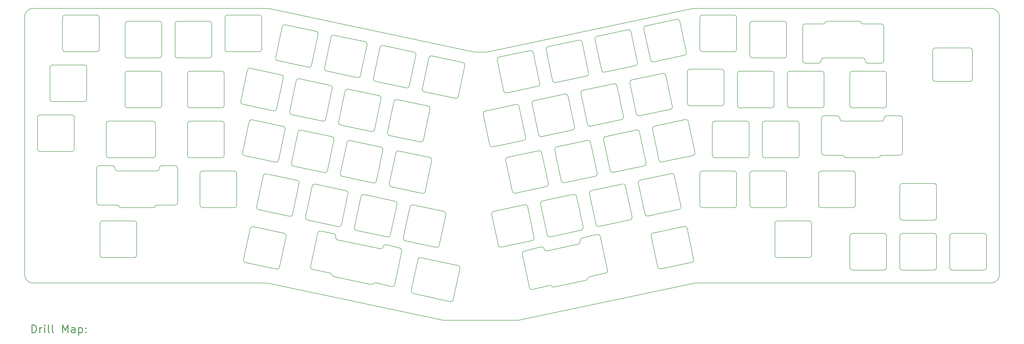
<source format=gbr>
%FSLAX45Y45*%
G04 Gerber Fmt 4.5, Leading zero omitted, Abs format (unit mm)*
G04 Created by KiCad (PCBNEW (5.1.6)-1) date 2020-10-24 16:55:16*
%MOMM*%
%LPD*%
G01*
G04 APERTURE LIST*
%TA.AperFunction,Profile*%
%ADD10C,0.200000*%
%TD*%
%ADD11C,0.200000*%
%ADD12C,0.300000*%
G04 APERTURE END LIST*
D10*
X17404272Y-13561229D02*
X18811051Y-13858875D01*
X26255073Y-12621391D02*
X27430869Y-12372975D01*
X22291932Y-14620391D02*
G75*
G02*
X22387038Y-14651293I20791J-97815D01*
G01*
X21658216Y-14775690D02*
G75*
G02*
X21539610Y-14698667I-20791J97815D01*
G01*
X26427544Y-13913774D02*
X26178050Y-12739997D01*
X18519975Y-15236676D02*
X17113196Y-14930636D01*
X13936079Y-14151107D02*
G75*
G02*
X14010394Y-14218020I-20791J-97815D01*
G01*
X23468225Y-12927490D02*
G75*
G02*
X23545249Y-12808884I97815J20791D01*
G01*
X17285666Y-13638253D02*
G75*
G02*
X17404272Y-13561229I97815J-20791D01*
G01*
X18888075Y-13977481D02*
X18638581Y-15159652D01*
X27721945Y-13742381D02*
X26546150Y-13990798D01*
X17036172Y-14812030D02*
X17285666Y-13638253D01*
X17113196Y-14930636D02*
G75*
G02*
X17036172Y-14812030I20791J97815D01*
G01*
X27798969Y-13623776D02*
G75*
G02*
X27721945Y-13742381I-97815J-20791D01*
G01*
X24509366Y-14026390D02*
X24239081Y-12754799D01*
X27549475Y-12449998D02*
X27798969Y-13623776D01*
X26178050Y-12739997D02*
G75*
G02*
X26255073Y-12621391I97815J20791D01*
G01*
X22215509Y-13304585D02*
G75*
G02*
X22096903Y-13227562I-20791J97815D01*
G01*
X18638581Y-15159652D02*
G75*
G02*
X18519975Y-15236676I-97815J20791D01*
G01*
X26546150Y-13990798D02*
G75*
G02*
X26427544Y-13913774I-20791J97815D01*
G01*
X21978297Y-13150538D02*
G75*
G02*
X22096903Y-13227562I20791J-97815D01*
G01*
X27430869Y-12372975D02*
G75*
G02*
X27549475Y-12449998I20791J-97815D01*
G01*
X18811051Y-13858875D02*
G75*
G02*
X18888075Y-13977481I-20791J-97815D01*
G01*
X23757235Y-14360763D02*
G75*
G02*
X23682921Y-14427676I-95106J30902D01*
G01*
X14084708Y-14284933D02*
G75*
G02*
X14010394Y-14218020I20791J97815D01*
G01*
X22482143Y-14682194D02*
G75*
G02*
X22387038Y-14651293I-20791J97815D01*
G01*
X16411575Y-14586143D02*
G75*
G02*
X16292969Y-14663167I-97815J20791D01*
G01*
X21269325Y-13427075D02*
G75*
G02*
X21346349Y-13308469I97815J20791D01*
G01*
X14081080Y-12648417D02*
G75*
G02*
X14158103Y-12767022I-20791J-97815D01*
G01*
X21539610Y-14698667D02*
X21269325Y-13427075D01*
X21658216Y-14775690D02*
X22291932Y-14620391D01*
X13280138Y-14011682D02*
G75*
G02*
X13203115Y-13893076I20791J97815D01*
G01*
X23545249Y-12808884D02*
X24120475Y-12677775D01*
X16292969Y-14663167D02*
X15689996Y-14523423D01*
X15961225Y-13143294D02*
G75*
G02*
X15842619Y-13220318I-97815J20791D01*
G01*
X23757236Y-14360763D02*
G75*
G02*
X23831550Y-14293850I95106J-30902D01*
G01*
X14081079Y-12648416D02*
X13592006Y-12544461D01*
X23831550Y-14293850D02*
X24432342Y-14144997D01*
X15594891Y-14554325D02*
G75*
G02*
X15689996Y-14523423I74314J-66913D01*
G01*
X13280138Y-14011682D02*
X13936079Y-14151107D01*
X15594891Y-14554325D02*
G75*
G02*
X15499785Y-14585227I-74315J66913D01*
G01*
X24120475Y-12677775D02*
G75*
G02*
X24239081Y-12754799I20791J-97815D01*
G01*
X16596073Y-13195945D02*
G75*
G02*
X16673096Y-13314551I-20791J-97815D01*
G01*
X15499785Y-14585227D02*
X14084708Y-14284933D01*
X13203115Y-13893076D02*
X13473400Y-12621484D01*
X22215509Y-13304585D02*
X23391202Y-13046096D01*
X23468225Y-12927490D02*
G75*
G02*
X23391202Y-13046096I-97815J-20791D01*
G01*
X23682921Y-14427676D02*
X22482143Y-14682194D01*
X16596073Y-13195945D02*
X16079831Y-13066271D01*
X13473400Y-12621484D02*
G75*
G02*
X13592006Y-12544461I97815J-20791D01*
G01*
X14235127Y-12885628D02*
X15842619Y-13220318D01*
X16411575Y-14586143D02*
X16673096Y-13314551D01*
X24509366Y-14026390D02*
G75*
G02*
X24432342Y-14144997I-97815J-20791D01*
G01*
X21978297Y-13150538D02*
X21346349Y-13308469D01*
X14235127Y-12885628D02*
G75*
G02*
X14158103Y-12767022I20791J97815D01*
G01*
X15961225Y-13143294D02*
G75*
G02*
X16079831Y-13066271I97815J-20791D01*
G01*
X16810503Y-12918737D02*
G75*
G02*
X16733480Y-12800132I20791J97815D01*
G01*
X37009375Y-6835625D02*
X38317500Y-6835625D01*
X38417500Y-5655625D02*
X38417500Y-6735625D01*
X37009375Y-6835625D02*
G75*
G02*
X36909375Y-6735625I0J100000D01*
G01*
X38317500Y-5555625D02*
G75*
G02*
X38417500Y-5655625I0J-100000D01*
G01*
X37009375Y-5555625D02*
X38317500Y-5555625D01*
X36909375Y-5655625D02*
G75*
G02*
X37009375Y-5555625I100000J0D01*
G01*
X36909375Y-5655625D02*
X36909375Y-6735625D01*
X38417500Y-6735625D02*
G75*
G02*
X38317500Y-6835625I-100000J0D01*
G01*
X33468025Y-8348750D02*
G75*
G02*
X33368025Y-8248750I0J100000D01*
G01*
X8033125Y-11553750D02*
X7362530Y-11553750D01*
X5645525Y-10053750D02*
G75*
G02*
X5745525Y-10153750I0J-100000D01*
G01*
X5845525Y-10253750D02*
G75*
G02*
X5745525Y-10153750I0J100000D01*
G01*
X5645525Y-10053750D02*
X5145525Y-10053750D01*
X33268025Y-8148750D02*
X32768025Y-8148750D01*
X5045525Y-10153750D02*
G75*
G02*
X5145525Y-10053750I100000J0D01*
G01*
X32768025Y-9648750D02*
G75*
G02*
X32668025Y-9548750I0J100000D01*
G01*
X5045525Y-11453750D02*
X5045525Y-10153750D01*
X8033125Y-10053750D02*
X7533125Y-10053750D01*
X35055625Y-8248750D02*
G75*
G02*
X35155625Y-8148750I100000J0D01*
G01*
X8033125Y-10053750D02*
G75*
G02*
X8133125Y-10153750I0J-100000D01*
G01*
X8133125Y-11453750D02*
X8133125Y-10153750D01*
X7275928Y-11603750D02*
G75*
G02*
X7362530Y-11553750I86603J-50000D01*
G01*
X33268025Y-8148750D02*
G75*
G02*
X33368025Y-8248750I0J-100000D01*
G01*
X5989325Y-11653750D02*
G75*
G02*
X5902722Y-11603750I0J100000D01*
G01*
X7433125Y-10153750D02*
G75*
G02*
X7333125Y-10253750I-100000J0D01*
G01*
X32768025Y-9648750D02*
X33438620Y-9648750D01*
X7275927Y-11603750D02*
G75*
G02*
X7189325Y-11653750I-86603J50000D01*
G01*
X35755625Y-9548750D02*
X35755625Y-8248750D01*
X5816120Y-11553750D02*
G75*
G02*
X5902722Y-11603750I0J-100000D01*
G01*
X8133125Y-11453750D02*
G75*
G02*
X8033125Y-11553750I-100000J0D01*
G01*
X7433125Y-10153750D02*
G75*
G02*
X7533125Y-10053750I100000J0D01*
G01*
X34238850Y-5938750D02*
G75*
G02*
X34338850Y-6038750I0J-100000D01*
G01*
X5145525Y-11553750D02*
G75*
G02*
X5045525Y-11453750I0J100000D01*
G01*
X32895050Y-4538750D02*
X34095050Y-4538750D01*
X32051250Y-6138750D02*
G75*
G02*
X31951250Y-6038750I0J100000D01*
G01*
X32751250Y-5938750D02*
X34238850Y-5938750D01*
X34438850Y-6138750D02*
G75*
G02*
X34338850Y-6038750I0J100000D01*
G01*
X32808447Y-4588750D02*
G75*
G02*
X32895050Y-4538750I86603J-50000D01*
G01*
X31951250Y-4738750D02*
G75*
G02*
X32051250Y-4638750I100000J0D01*
G01*
X35038850Y-6038750D02*
G75*
G02*
X34938850Y-6138750I-100000J0D01*
G01*
X34095050Y-4538750D02*
G75*
G02*
X34181653Y-4588750I0J-100000D01*
G01*
X32651250Y-6038750D02*
G75*
G02*
X32551250Y-6138750I-100000J0D01*
G01*
X35038850Y-4738750D02*
X35038850Y-6038750D01*
X34438850Y-6138750D02*
X34938850Y-6138750D01*
X32051250Y-6138750D02*
X32551250Y-6138750D01*
X34338850Y-6038750D02*
X34338850Y-6038750D01*
X34938850Y-4638750D02*
G75*
G02*
X35038850Y-4738750I0J-100000D01*
G01*
X5145525Y-11553750D02*
X5816120Y-11553750D01*
X31951250Y-4738750D02*
X31951250Y-6038750D01*
X34268255Y-4638750D02*
G75*
G02*
X34181653Y-4588750I0J100000D01*
G01*
X32051250Y-4638750D02*
X32721845Y-4638750D01*
X32651250Y-6038750D02*
G75*
G02*
X32751250Y-5938750I100000J0D01*
G01*
X32808447Y-4588750D02*
G75*
G02*
X32721845Y-4638750I-86603J50000D01*
G01*
X32651250Y-6038750D02*
X32651250Y-6038750D01*
X16961888Y-7006005D02*
G75*
G02*
X16843282Y-7083028I-97815J20791D01*
G01*
X17532876Y-7229606D02*
G75*
G02*
X17455852Y-7111000I20791J97815D01*
G01*
X17211382Y-5832228D02*
X16961887Y-7006005D01*
X17134358Y-5713622D02*
G75*
G02*
X17211382Y-5832228I-20791J-97815D01*
G01*
X17455852Y-7111000D02*
X17705346Y-5937223D01*
X16843282Y-7083028D02*
X15669504Y-6833534D01*
X15592481Y-6714928D02*
X15841975Y-5541151D01*
X17705346Y-5937223D02*
G75*
G02*
X17823952Y-5860199I97815J-20791D01*
G01*
X17823952Y-5860199D02*
X18997729Y-6109693D01*
X19074753Y-6228299D02*
X18825259Y-7402076D01*
X16128095Y-8776336D02*
X16377589Y-7602558D01*
X15669504Y-6833534D02*
G75*
G02*
X15592481Y-6714928I20791J97815D01*
G01*
X18825259Y-7402077D02*
G75*
G02*
X18706653Y-7479100I-97815J20791D01*
G01*
X18997729Y-6109693D02*
G75*
G02*
X19074753Y-6228299I-20791J-97815D01*
G01*
X17378895Y-9144436D02*
X16205118Y-8894941D01*
X16496194Y-7525535D02*
X17669972Y-7775029D01*
X16377589Y-7602558D02*
G75*
G02*
X16496194Y-7525535I97815J-20791D01*
G01*
X17497501Y-9067412D02*
G75*
G02*
X17378895Y-9144436I-97815J20791D01*
G01*
X15960581Y-5464128D02*
X17134358Y-5713622D01*
X15841975Y-5541151D02*
G75*
G02*
X15960581Y-5464128I97815J-20791D01*
G01*
X18706653Y-7479100D02*
X17532876Y-7229606D01*
X13806133Y-6437462D02*
G75*
G02*
X13729110Y-6318857I20791J97815D01*
G01*
X15348010Y-5436156D02*
X15098516Y-6609933D01*
X13116539Y-6290885D02*
X11942762Y-6041391D01*
X11942762Y-6041391D02*
G75*
G02*
X11865739Y-5922785I20791J97815D01*
G01*
X14097209Y-5068056D02*
X15270987Y-5317550D01*
X14979910Y-6686957D02*
X13806133Y-6437462D01*
X15098516Y-6609933D02*
G75*
G02*
X14979910Y-6686957I-97815J20791D01*
G01*
X13407616Y-4921478D02*
G75*
G02*
X13484639Y-5040084I-20791J-97815D01*
G01*
X13729110Y-6318857D02*
X13978604Y-5145080D01*
X12233838Y-4671984D02*
X13407616Y-4921478D01*
X13978604Y-5145080D02*
G75*
G02*
X14097209Y-5068056I97815J-20791D01*
G01*
X15270987Y-5317550D02*
G75*
G02*
X15348010Y-5436156I-20791J-97815D01*
G01*
X34938850Y-4638750D02*
X34268255Y-4638750D01*
X12115232Y-4749008D02*
G75*
G02*
X12233838Y-4671984I97815J-20791D01*
G01*
X13235145Y-6213861D02*
G75*
G02*
X13116539Y-6290885I-97815J20791D01*
G01*
X11865739Y-5922785D02*
X12115233Y-4749008D01*
X13484639Y-5040084D02*
X13235145Y-6213861D01*
X23869777Y-8542458D02*
G75*
G02*
X23751171Y-8465434I-20791J97815D01*
G01*
X25900662Y-4834178D02*
G75*
G02*
X25977685Y-4715572I97815J20791D01*
G01*
X24286785Y-6404027D02*
X24037291Y-5230250D01*
X21715329Y-7569123D02*
X22889106Y-7319629D01*
X23501677Y-7291657D02*
G75*
G02*
X23578700Y-7173051I97815J20791D01*
G01*
X22250943Y-5507716D02*
X23424720Y-5258222D01*
X22173920Y-5626321D02*
G75*
G02*
X22250943Y-5507716I97815J20791D01*
G01*
X25977685Y-4715572D02*
X27151463Y-4466078D01*
X21852425Y-7023700D02*
X20678648Y-7273194D01*
X20678648Y-7273194D02*
G75*
G02*
X20560042Y-7196170I-20791J97815D01*
G01*
X25579168Y-6231556D02*
X24405391Y-6481050D01*
X25614542Y-8069362D02*
X25365048Y-6895585D01*
X22542020Y-6877122D02*
G75*
G02*
X22423414Y-6800099I-20791J97815D01*
G01*
X21679955Y-5731317D02*
X21929449Y-6905094D01*
X27519562Y-5716879D02*
G75*
G02*
X27442539Y-5835485I-97815J-20791D01*
G01*
X21638306Y-7687728D02*
G75*
G02*
X21715329Y-7569123I97815J20791D01*
G01*
X26150156Y-6007955D02*
X25900662Y-4834178D01*
X25733148Y-8146386D02*
G75*
G02*
X25614542Y-8069362I-20791J97815D01*
G01*
X25406697Y-4939173D02*
X25656191Y-6112950D01*
X21929449Y-6905094D02*
G75*
G02*
X21852425Y-7023700I-97815J-20791D01*
G01*
X26268762Y-6084979D02*
G75*
G02*
X26150156Y-6007955I-20791J97815D01*
G01*
X39131875Y-4048125D02*
G75*
G02*
X39449375Y-4365625I0J-317500D01*
G01*
X2301875Y-4365625D02*
G75*
G02*
X2619375Y-4048125I317500J0D01*
G01*
X18256250Y-15954375D02*
X21113750Y-15954375D01*
X24871083Y-7000580D02*
X25120577Y-8174357D01*
X20143035Y-9334601D02*
G75*
G02*
X20024429Y-9257577I-20791J97815D01*
G01*
X21316812Y-9085107D02*
X20143035Y-9334601D01*
X24405391Y-6481050D02*
G75*
G02*
X24286785Y-6404027I-20791J97815D01*
G01*
X23180183Y-8689035D02*
X22006406Y-8938529D01*
X21561349Y-5654293D02*
G75*
G02*
X21679955Y-5731317I20791J-97815D01*
G01*
X23424720Y-5258222D02*
G75*
G02*
X23543326Y-5335245I20791J-97815D01*
G01*
X21887800Y-8861506D02*
X21638306Y-7687729D01*
X19774935Y-8083800D02*
G75*
G02*
X19851958Y-7965194I97815J20791D01*
G01*
X26615849Y-6527485D02*
G75*
G02*
X26734455Y-6604509I20791J-97815D01*
G01*
X19851958Y-7965194D02*
X21025735Y-7715700D01*
X21144341Y-7792724D02*
X21393835Y-8966501D01*
X23257206Y-8570429D02*
G75*
G02*
X23180183Y-8689035I-97815J-20791D01*
G01*
X21025735Y-7715700D02*
G75*
G02*
X21144341Y-7792724I20791J-97815D01*
G01*
X20024429Y-9257577D02*
X19774935Y-8083800D01*
X27270068Y-4543102D02*
X27519562Y-5716879D01*
X27151463Y-4466078D02*
G75*
G02*
X27270068Y-4543102I20791J-97815D01*
G01*
X23007712Y-7396652D02*
X23257206Y-8570429D01*
X21393835Y-8966501D02*
G75*
G02*
X21316812Y-9085107I-97815J-20791D01*
G01*
X24114314Y-5111644D02*
X25288091Y-4862150D01*
X25656191Y-6112950D02*
G75*
G02*
X25579168Y-6231556I-97815J-20791D01*
G01*
X24037291Y-5230250D02*
G75*
G02*
X24114314Y-5111644I97815J20791D01*
G01*
X25120577Y-8174358D02*
G75*
G02*
X25043554Y-8292963I-97815J-20791D01*
G01*
X23792820Y-6509022D02*
G75*
G02*
X23715797Y-6627628I-97815J-20791D01*
G01*
X22423414Y-6800099D02*
X22173920Y-5626321D01*
X20387572Y-5903787D02*
X21561349Y-5654293D01*
X22006406Y-8938529D02*
G75*
G02*
X21887800Y-8861506I-20791J97815D01*
G01*
X25043554Y-8292963D02*
X23869777Y-8542458D01*
X23543326Y-5335245D02*
X23792820Y-6509022D01*
X20310548Y-6022393D02*
G75*
G02*
X20387572Y-5903787I97815J20791D01*
G01*
X23715797Y-6627628D02*
X22542019Y-6877122D01*
X20560042Y-7196170D02*
X20310548Y-6022393D01*
X39131875Y-14525625D02*
X27860625Y-14525625D01*
X39449375Y-14208125D02*
G75*
G02*
X39131875Y-14525625I-317500J0D01*
G01*
X27442539Y-5835485D02*
X26268762Y-6084979D01*
X22889106Y-7319629D02*
G75*
G02*
X23007712Y-7396652I20791J-97815D01*
G01*
X23751171Y-8465434D02*
X23501677Y-7291657D01*
X23578700Y-7173051D02*
X24752478Y-6923557D01*
X25288091Y-4862150D02*
G75*
G02*
X25406697Y-4939173I20791J-97815D01*
G01*
X24752478Y-6923557D02*
G75*
G02*
X24871083Y-7000580I20791J-97815D01*
G01*
X35753750Y-12635000D02*
X36953750Y-12635000D01*
X38853750Y-12635000D02*
G75*
G02*
X38953750Y-12735000I0J-100000D01*
G01*
X37053750Y-13935000D02*
G75*
G02*
X36953750Y-14035000I-100000J0D01*
G01*
X2619375Y-14525625D02*
X11544300Y-14525625D01*
X39131875Y-4048125D02*
X27781250Y-4048125D01*
X35753750Y-14035000D02*
G75*
G02*
X35653750Y-13935000I0J100000D01*
G01*
X36953750Y-12635000D02*
G75*
G02*
X37053750Y-12735000I0J-100000D01*
G01*
X37053750Y-12735000D02*
X37053750Y-13935000D01*
X19923125Y-5715000D02*
X19446875Y-5715000D01*
X35653750Y-12735000D02*
G75*
G02*
X35753750Y-12635000I100000J0D01*
G01*
X2301875Y-4365625D02*
X2301875Y-14208125D01*
X38853750Y-14035000D02*
X37653750Y-14035000D01*
X36953750Y-14035000D02*
X35753750Y-14035000D01*
X38953750Y-13935000D02*
G75*
G02*
X38853750Y-14035000I-100000J0D01*
G01*
X35048750Y-12635000D02*
G75*
G02*
X35148750Y-12735000I0J-100000D01*
G01*
X27860625Y-14525625D02*
X21113750Y-15954375D01*
X11544300Y-14525625D02*
X18256250Y-15954375D01*
X27781250Y-4048125D02*
X19923125Y-5715000D01*
X2619375Y-14525625D02*
G75*
G02*
X2301875Y-14208125I0J317500D01*
G01*
X11588750Y-4048125D02*
X19446875Y-5715000D01*
X37653750Y-12635000D02*
X38853750Y-12635000D01*
X2619375Y-4048125D02*
X11588750Y-4048125D01*
X37553750Y-13935000D02*
X37553750Y-12735000D01*
X37653750Y-14035000D02*
G75*
G02*
X37553750Y-13935000I0J100000D01*
G01*
X39449375Y-4365625D02*
X39449375Y-14208125D01*
X38953750Y-12735000D02*
X38953750Y-13935000D01*
X37553750Y-12735000D02*
G75*
G02*
X37653750Y-12635000I100000J0D01*
G01*
X35653750Y-13935000D02*
X35653750Y-12735000D01*
X17739743Y-9737418D02*
G75*
G02*
X17816767Y-9856024I-20791J-97815D01*
G01*
X16274889Y-10857330D02*
G75*
G02*
X16197866Y-10738725I20791J97815D01*
G01*
X14947132Y-12522666D02*
G75*
G02*
X14870108Y-12404060I20791J97815D01*
G01*
X17567272Y-11029801D02*
G75*
G02*
X17448666Y-11106825I-97815J20791D01*
G01*
X16120909Y-12772160D02*
X14947132Y-12522666D01*
X11511466Y-10361116D02*
X12685243Y-10610610D01*
X12512773Y-11902993D02*
G75*
G02*
X12394167Y-11980016I-97815J20791D01*
G01*
X15953395Y-9459952D02*
X15703901Y-10633729D01*
X10895444Y-12456791D02*
G75*
G02*
X11014050Y-12379768I97815J-20791D01*
G01*
X12015356Y-13921645D02*
G75*
G02*
X11896750Y-13998668I-97815J20791D01*
G01*
X12187827Y-12629262D02*
G75*
G02*
X12264850Y-12747868I-20791J-97815D01*
G01*
X12394167Y-11980016D02*
X11220390Y-11730522D01*
X16239515Y-12695136D02*
G75*
G02*
X16120909Y-12772160I-97815J20791D01*
G01*
X12264850Y-12747868D02*
X12015356Y-13921645D01*
X10722973Y-13749174D02*
G75*
G02*
X10645950Y-13630568I20791J97815D01*
G01*
X11014050Y-12379768D02*
X12187827Y-12629262D01*
X11392860Y-10438139D02*
G75*
G02*
X11511466Y-10361116I97815J-20791D01*
G01*
X15876372Y-9341346D02*
G75*
G02*
X15953395Y-9459952I-20791J-97815D01*
G01*
X16197866Y-10738725D02*
X16447360Y-9564948D01*
X12762267Y-10729216D02*
X12512772Y-11902993D01*
X10645950Y-13630568D02*
X10895444Y-12456791D01*
X17101579Y-11549331D02*
X18275357Y-11798825D01*
X15238208Y-11153259D02*
X16411985Y-11402753D01*
X14411518Y-10461259D02*
G75*
G02*
X14334495Y-10342653I20791J97815D01*
G01*
X14583988Y-9168876D02*
G75*
G02*
X14702594Y-9091852I97815J-20791D01*
G01*
X13374837Y-10757187D02*
X14548614Y-11006682D01*
X14548614Y-11006682D02*
G75*
G02*
X14625638Y-11125288I-20791J-97815D01*
G01*
X15119602Y-11230283D02*
G75*
G02*
X15238208Y-11153259I97815J-20791D01*
G01*
X16489009Y-11521359D02*
X16239515Y-12695136D01*
X14257538Y-12376088D02*
X13083761Y-12126594D01*
X13006737Y-12007988D02*
X13256231Y-10834211D01*
X14870108Y-12404060D02*
X15119602Y-11230283D01*
X14376144Y-12299065D02*
G75*
G02*
X14257538Y-12376088I-97815J20791D01*
G01*
X16447360Y-9564948D02*
G75*
G02*
X16565966Y-9487924I97815J-20791D01*
G01*
X13256231Y-10834211D02*
G75*
G02*
X13374837Y-10757187I97815J-20791D01*
G01*
X13083761Y-12126594D02*
G75*
G02*
X13006737Y-12007988I20791J97815D01*
G01*
X14625638Y-11125288D02*
X14376144Y-12299064D01*
X16565966Y-9487924D02*
X17739743Y-9737418D01*
X16411985Y-11402753D02*
G75*
G02*
X16489009Y-11521359I-20791J-97815D01*
G01*
X11143366Y-11611916D02*
X11392860Y-10438139D01*
X12685243Y-10610610D02*
G75*
G02*
X12762267Y-10729216I-20791J-97815D01*
G01*
X11220390Y-11730522D02*
G75*
G02*
X11143366Y-11611916I20791J97815D01*
G01*
X11896750Y-13998668D02*
X10722973Y-13749174D01*
X15703901Y-10633729D02*
G75*
G02*
X15585295Y-10710753I-97815J20791D01*
G01*
X17448666Y-11106825D02*
X16274889Y-10857330D01*
X17816767Y-9856024D02*
X17567272Y-11029801D01*
X12079858Y-6586813D02*
G75*
G02*
X12156882Y-6705419I-20791J-97815D01*
G01*
X13943229Y-6982885D02*
G75*
G02*
X14020253Y-7101491I-20791J-97815D01*
G01*
X14020253Y-7101491D02*
X13770759Y-8275268D01*
X12720617Y-8772804D02*
G75*
G02*
X12839223Y-8695780I97815J-20791D01*
G01*
X14013000Y-8945274D02*
G75*
G02*
X14090024Y-9063880I-20791J-97815D01*
G01*
X12548147Y-10065187D02*
G75*
G02*
X12471123Y-9946581I20791J97815D01*
G01*
X14090024Y-9063880D02*
X13840530Y-10237657D01*
X14702594Y-9091852D02*
X15876372Y-9341346D01*
X11907388Y-7879197D02*
G75*
G02*
X11788782Y-7956220I-97815J20791D01*
G01*
X12650846Y-6810415D02*
G75*
G02*
X12769452Y-6733391I97815J-20791D01*
G01*
X12401352Y-7984192D02*
X12650846Y-6810415D01*
X11858553Y-9918609D02*
X10684776Y-9669115D01*
X12471123Y-9946581D02*
X12720617Y-8772804D01*
X15585295Y-10710753D02*
X14411518Y-10461259D01*
X14334495Y-10342653D02*
X14583989Y-9168876D01*
X14341747Y-8498870D02*
G75*
G02*
X14264724Y-8380264I20791J97815D01*
G01*
X10975852Y-8299708D02*
X12149629Y-8549203D01*
X13652153Y-8352292D02*
X12478376Y-8102798D01*
X17669972Y-7775029D02*
G75*
G02*
X17746995Y-7893635I-20791J-97815D01*
G01*
X17746995Y-7893635D02*
X17497501Y-9067412D01*
X15515524Y-8748364D02*
X14341747Y-8498870D01*
X14514217Y-7206487D02*
G75*
G02*
X14632823Y-7129463I97815J-20791D01*
G01*
X10615005Y-7706726D02*
G75*
G02*
X10537981Y-7588120I20791J97815D01*
G01*
X10607752Y-9550509D02*
X10857246Y-8376732D01*
X12769452Y-6733391D02*
X13943229Y-6982885D01*
X10857246Y-8376732D02*
G75*
G02*
X10975852Y-8299708I97815J-20791D01*
G01*
X10684776Y-9669115D02*
G75*
G02*
X10607752Y-9550509I20791J97815D01*
G01*
X15634130Y-8671340D02*
G75*
G02*
X15515524Y-8748364I-97815J20791D01*
G01*
X10537981Y-7588120D02*
X10787475Y-6414343D01*
X14264724Y-8380264D02*
X14514218Y-7206487D01*
X11788782Y-7956220D02*
X10615005Y-7706726D01*
X12156882Y-6705419D02*
X11907388Y-7879196D01*
X12149629Y-8549203D02*
G75*
G02*
X12226653Y-8667809I-20791J-97815D01*
G01*
X15883624Y-7497563D02*
X15634130Y-8671340D01*
X13770759Y-8275268D02*
G75*
G02*
X13652153Y-8352292I-97815J20791D01*
G01*
X10906081Y-6337319D02*
X12079858Y-6586813D01*
X12226653Y-8667809D02*
X11977159Y-9841586D01*
X12839223Y-8695780D02*
X14013000Y-8945274D01*
X13721924Y-10314681D02*
X12548147Y-10065187D01*
X13840530Y-10237658D02*
G75*
G02*
X13721924Y-10314681I-97815J20791D01*
G01*
X15806601Y-7378957D02*
G75*
G02*
X15883624Y-7497563I-20791J-97815D01*
G01*
X14632823Y-7129463D02*
X15806601Y-7378957D01*
X11977159Y-9841586D02*
G75*
G02*
X11858553Y-9918609I-97815J20791D01*
G01*
X12478376Y-8102798D02*
G75*
G02*
X12401352Y-7984192I20791J97815D01*
G01*
X16205118Y-8894941D02*
G75*
G02*
X16128095Y-8776336I20791J97815D01*
G01*
X10787475Y-6414343D02*
G75*
G02*
X10906081Y-6337319I97815J-20791D01*
G01*
X21643112Y-12910867D02*
X20469335Y-13160361D01*
X25982492Y-9938711D02*
G75*
G02*
X25905468Y-10057317I-97815J-20791D01*
G01*
X26595063Y-9910739D02*
G75*
G02*
X26476457Y-9833715I-20791J97815D01*
G01*
X26476457Y-9833715D02*
X26226963Y-8659938D01*
X24731691Y-10306811D02*
G75*
G02*
X24613085Y-10229787I-20791J97815D01*
G01*
X22214101Y-12687266D02*
X21964607Y-11513489D01*
X22500220Y-9452082D02*
G75*
G02*
X22577244Y-9333476I97815J20791D01*
G01*
X22255750Y-10730854D02*
G75*
G02*
X22178726Y-10849460I-97815J-20791D01*
G01*
X21004949Y-11098954D02*
G75*
G02*
X20886343Y-11021931I-20791J97815D01*
G01*
X21887650Y-9480054D02*
G75*
G02*
X22006256Y-9557077I20791J-97815D01*
G01*
X27845863Y-9542639D02*
G75*
G02*
X27768840Y-9661245I-97815J-20791D01*
G01*
X27596369Y-8368862D02*
X27845863Y-9542639D01*
X24363591Y-9056010D02*
G75*
G02*
X24440615Y-8937404I97815J20791D01*
G01*
X22577244Y-9333476D02*
X23751021Y-9083982D01*
X22006256Y-9557077D02*
X22255750Y-10730854D01*
X20886343Y-11021931D02*
X20636849Y-9848154D01*
X25442072Y-6776979D02*
X26615849Y-6527485D01*
X26734455Y-6604509D02*
X26983949Y-7778286D01*
X26303986Y-8541332D02*
X27477763Y-8291838D01*
X24042097Y-10453388D02*
X22868320Y-10702883D01*
X23751021Y-9083982D02*
G75*
G02*
X23869627Y-9161005I20791J-97815D01*
G01*
X25614392Y-8687910D02*
G75*
G02*
X25732998Y-8764934I20791J-97815D01*
G01*
X23869627Y-9161005D02*
X24119121Y-10334783D01*
X24119121Y-10334783D02*
G75*
G02*
X24042097Y-10453388I-97815J-20791D01*
G01*
X20713873Y-9729548D02*
X21887650Y-9480054D01*
X27768840Y-9661245D02*
X26595063Y-9910739D01*
X26906925Y-7896892D02*
X25733148Y-8146386D01*
X26983949Y-7778286D02*
G75*
G02*
X26906925Y-7896892I-97815J-20791D01*
G01*
X25732998Y-8764934D02*
X25982492Y-9938711D01*
X25365048Y-6895585D02*
G75*
G02*
X25442072Y-6776979I97815J20791D01*
G01*
X24440615Y-8937404D02*
X25614392Y-8687910D01*
X20469335Y-13160361D02*
G75*
G02*
X20350729Y-13083338I-20791J97815D01*
G01*
X21352036Y-11541461D02*
G75*
G02*
X21470642Y-11618484I20791J-97815D01*
G01*
X24613085Y-10229787D02*
X24363591Y-9056010D01*
X20350729Y-13083338D02*
X20101235Y-11909561D01*
X26226963Y-8659938D02*
G75*
G02*
X26303986Y-8541332I97815J20791D01*
G01*
X21720136Y-12792261D02*
G75*
G02*
X21643112Y-12910867I-97815J-20791D01*
G01*
X25905468Y-10057317D02*
X24731691Y-10306811D01*
X22868320Y-10702883D02*
G75*
G02*
X22749714Y-10625859I-20791J97815D01*
G01*
X20178259Y-11790955D02*
X21352036Y-11541461D01*
X22749714Y-10625859D02*
X22500220Y-9452082D01*
X21470642Y-11618484D02*
X21720136Y-12792261D01*
X22178726Y-10849460D02*
X21004949Y-11098954D01*
X20636849Y-9848154D02*
G75*
G02*
X20713873Y-9729548I97815J20791D01*
G01*
X27477763Y-8291838D02*
G75*
G02*
X27596369Y-8368862I20791J-97815D01*
G01*
X20101235Y-11909560D02*
G75*
G02*
X20178259Y-11790955I97815J20791D01*
G01*
X4092500Y-9510625D02*
X2892500Y-9510625D01*
X5045000Y-5700625D02*
X3845000Y-5700625D01*
X3368750Y-6205625D02*
X4568750Y-6205625D01*
X4668750Y-7505625D02*
G75*
G02*
X4568750Y-7605625I-100000J0D01*
G01*
X7526250Y-5838750D02*
G75*
G02*
X7426250Y-5938750I-100000J0D01*
G01*
X3268750Y-6305625D02*
G75*
G02*
X3368750Y-6205625I100000J0D01*
G01*
X5145000Y-5600625D02*
G75*
G02*
X5045000Y-5700625I-100000J0D01*
G01*
X3845000Y-5700625D02*
G75*
G02*
X3745000Y-5600625I0J100000D01*
G01*
X3745000Y-4400625D02*
G75*
G02*
X3845000Y-4300625I100000J0D01*
G01*
X5145000Y-4400625D02*
X5145000Y-5600625D01*
X3845000Y-4300625D02*
X5045000Y-4300625D01*
X3745000Y-5600625D02*
X3745000Y-4400625D01*
X7426250Y-5938750D02*
X6226250Y-5938750D01*
X6226250Y-5938750D02*
G75*
G02*
X6126250Y-5838750I0J100000D01*
G01*
X2892500Y-8110625D02*
X4092500Y-8110625D01*
X2792500Y-8210625D02*
G75*
G02*
X2892500Y-8110625I100000J0D01*
G01*
X4092500Y-8110625D02*
G75*
G02*
X4192500Y-8210625I0J-100000D01*
G01*
X4668750Y-6305625D02*
X4668750Y-7505625D01*
X3268750Y-7505625D02*
X3268750Y-6305625D01*
X4568750Y-7605625D02*
X3368750Y-7605625D01*
X3368750Y-7605625D02*
G75*
G02*
X3268750Y-7505625I0J100000D01*
G01*
X5045000Y-4300625D02*
G75*
G02*
X5145000Y-4400625I0J-100000D01*
G01*
X4568750Y-6205625D02*
G75*
G02*
X4668750Y-6305625I0J-100000D01*
G01*
X4192500Y-9410625D02*
G75*
G02*
X4092500Y-9510625I-100000J0D01*
G01*
X4192500Y-8210625D02*
X4192500Y-9410625D01*
X2792500Y-9410625D02*
X2792500Y-8210625D01*
X2892500Y-9510625D02*
G75*
G02*
X2792500Y-9410625I0J100000D01*
G01*
X23215407Y-11145389D02*
G75*
G02*
X23334013Y-11222412I20791J-97815D01*
G01*
X25078778Y-10749317D02*
G75*
G02*
X25197384Y-10826341I20791J-97815D01*
G01*
X16982974Y-11626355D02*
G75*
G02*
X17101579Y-11549331I97815J-20791D01*
G01*
X25940843Y-11895122D02*
X25691349Y-10721345D01*
X18352380Y-11917431D02*
X18102886Y-13091208D01*
X18102886Y-13091208D02*
G75*
G02*
X17984280Y-13168232I-97815J20791D01*
G01*
X25768372Y-10602739D02*
X26942150Y-10353245D01*
X27060755Y-10430269D02*
X27310249Y-11604046D01*
X25691349Y-10721345D02*
G75*
G02*
X25768372Y-10602739I97815J20791D01*
G01*
X25369855Y-12118724D02*
X24196078Y-12368218D01*
X25197384Y-10826341D02*
X25446878Y-12000118D01*
X27233226Y-11722652D02*
X26059449Y-11972146D01*
X25446878Y-12000118D02*
G75*
G02*
X25369855Y-12118724I-97815J-20791D01*
G01*
X24196078Y-12368218D02*
G75*
G02*
X24077472Y-12291194I-20791J97815D01*
G01*
X18275357Y-11798825D02*
G75*
G02*
X18352380Y-11917431I-20791J-97815D01*
G01*
X26942150Y-10353245D02*
G75*
G02*
X27060755Y-10430269I20791J-97815D01*
G01*
X16733480Y-12800132D02*
X16982974Y-11626355D01*
X27310249Y-11604046D02*
G75*
G02*
X27233226Y-11722652I-97815J-20791D01*
G01*
X26059449Y-11972146D02*
G75*
G02*
X25940843Y-11895122I-20791J97815D01*
G01*
X23827978Y-11117417D02*
G75*
G02*
X23905001Y-10998811I97815J20791D01*
G01*
X24077472Y-12291194D02*
X23827978Y-11117417D01*
X17984280Y-13168232D02*
X16810503Y-12918737D01*
X23905001Y-10998811D02*
X25078778Y-10749317D01*
X23506483Y-12514795D02*
X22332706Y-12764290D01*
X22041630Y-11394883D02*
X23215407Y-11145389D01*
X23334013Y-11222412D02*
X23583507Y-12396190D01*
X23583507Y-12396190D02*
G75*
G02*
X23506483Y-12514795I-97815J-20791D01*
G01*
X21964606Y-11513489D02*
G75*
G02*
X22041630Y-11394883I97815J20791D01*
G01*
X22332707Y-12764290D02*
G75*
G02*
X22214101Y-12687266I-20791J97815D01*
G01*
X29333750Y-4300625D02*
G75*
G02*
X29433750Y-4400625I0J-100000D01*
G01*
X10283750Y-11653750D02*
X9083750Y-11653750D01*
X10383750Y-11553750D02*
G75*
G02*
X10283750Y-11653750I-100000J0D01*
G01*
X8507500Y-8448750D02*
G75*
G02*
X8607500Y-8348750I100000J0D01*
G01*
X9083750Y-11653750D02*
G75*
G02*
X8983750Y-11553750I0J100000D01*
G01*
X9807500Y-9748750D02*
X8607500Y-9748750D01*
X9936250Y-4400625D02*
G75*
G02*
X10036250Y-4300625I100000J0D01*
G01*
X33848750Y-7843750D02*
G75*
G02*
X33748750Y-7743750I0J100000D01*
G01*
X30038750Y-5938750D02*
G75*
G02*
X29938750Y-5838750I0J100000D01*
G01*
X31238750Y-4538750D02*
G75*
G02*
X31338750Y-4638750I0J-100000D01*
G01*
X9907500Y-6543750D02*
X9907500Y-7743750D01*
X8507500Y-9648750D02*
X8507500Y-8448750D01*
X10036250Y-4300625D02*
X11236250Y-4300625D01*
X8983750Y-10353750D02*
G75*
G02*
X9083750Y-10253750I100000J0D01*
G01*
X9083750Y-10253750D02*
X10283750Y-10253750D01*
X9431250Y-4638750D02*
X9431250Y-5838750D01*
X8031250Y-4638750D02*
G75*
G02*
X8131250Y-4538750I100000J0D01*
G01*
X35048750Y-7843750D02*
X33848750Y-7843750D01*
X9907500Y-7743750D02*
G75*
G02*
X9807500Y-7843750I-100000J0D01*
G01*
X9807500Y-6443750D02*
G75*
G02*
X9907500Y-6543750I0J-100000D01*
G01*
X11336250Y-4400625D02*
X11336250Y-5600625D01*
X9907500Y-9648750D02*
G75*
G02*
X9807500Y-9748750I-100000J0D01*
G01*
X8607500Y-6443750D02*
X9807500Y-6443750D01*
X9331250Y-4538750D02*
G75*
G02*
X9431250Y-4638750I0J-100000D01*
G01*
X10383750Y-10353750D02*
X10383750Y-11553750D01*
X8507500Y-6543750D02*
G75*
G02*
X8607500Y-6443750I100000J0D01*
G01*
X31238750Y-5938750D02*
X30038750Y-5938750D01*
X8031250Y-5838750D02*
X8031250Y-4638750D01*
X29938750Y-4638750D02*
G75*
G02*
X30038750Y-4538750I100000J0D01*
G01*
X9331250Y-5938750D02*
X8131250Y-5938750D01*
X9431250Y-5838750D02*
G75*
G02*
X9331250Y-5938750I-100000J0D01*
G01*
X6473750Y-12158750D02*
G75*
G02*
X6573750Y-12258750I0J-100000D01*
G01*
X11236250Y-5700625D02*
X10036250Y-5700625D01*
X30038750Y-4538750D02*
X31238750Y-4538750D01*
X10283750Y-10253750D02*
G75*
G02*
X10383750Y-10353750I0J-100000D01*
G01*
X8131250Y-5938750D02*
G75*
G02*
X8031250Y-5838750I0J100000D01*
G01*
X5273750Y-12158750D02*
X6473750Y-12158750D01*
X29938750Y-5838750D02*
X29938750Y-4638750D01*
X8607500Y-8348750D02*
X9807500Y-8348750D01*
X8607500Y-9748750D02*
G75*
G02*
X8507500Y-9648750I0J100000D01*
G01*
X35148750Y-7743750D02*
G75*
G02*
X35048750Y-7843750I-100000J0D01*
G01*
X9907500Y-8448750D02*
X9907500Y-9648750D01*
X29333750Y-5700625D02*
X28133750Y-5700625D01*
X33748750Y-6543750D02*
G75*
G02*
X33848750Y-6443750I100000J0D01*
G01*
X29433750Y-5600625D02*
G75*
G02*
X29333750Y-5700625I-100000J0D01*
G01*
X9807500Y-7843750D02*
X8607500Y-7843750D01*
X28133750Y-5700625D02*
G75*
G02*
X28033750Y-5600625I0J100000D01*
G01*
X8983750Y-11553750D02*
X8983750Y-10353750D01*
X8607500Y-7843750D02*
G75*
G02*
X8507500Y-7743750I0J100000D01*
G01*
X9807500Y-8348750D02*
G75*
G02*
X9907500Y-8448750I0J-100000D01*
G01*
X31338750Y-4638750D02*
X31338750Y-5838750D01*
X28033750Y-4400625D02*
G75*
G02*
X28133750Y-4300625I100000J0D01*
G01*
X11236250Y-4300625D02*
G75*
G02*
X11336250Y-4400625I0J-100000D01*
G01*
X29433750Y-4400625D02*
X29433750Y-5600625D01*
X8507500Y-7743750D02*
X8507500Y-6543750D01*
X9936250Y-5600625D02*
X9936250Y-4400625D01*
X28133750Y-4300625D02*
X29333750Y-4300625D01*
X11336250Y-5600625D02*
G75*
G02*
X11236250Y-5700625I-100000J0D01*
G01*
X10036250Y-5700625D02*
G75*
G02*
X9936250Y-5600625I0J100000D01*
G01*
X8131250Y-4538750D02*
X9331250Y-4538750D01*
X6573750Y-12258750D02*
X6573750Y-13458750D01*
X33748750Y-7743750D02*
X33748750Y-6543750D01*
X31338750Y-5838750D02*
G75*
G02*
X31238750Y-5938750I-100000J0D01*
G01*
X28033750Y-5600625D02*
X28033750Y-4400625D01*
X6573750Y-13458750D02*
G75*
G02*
X6473750Y-13558750I-100000J0D01*
G01*
X6473750Y-13558750D02*
X5273750Y-13558750D01*
X5273750Y-13558750D02*
G75*
G02*
X5173750Y-13458750I0J100000D01*
G01*
X5845525Y-10253750D02*
X7333125Y-10253750D01*
X5411875Y-9648750D02*
X5411875Y-8448750D01*
X7188125Y-8348750D02*
G75*
G02*
X7288125Y-8448750I0J-100000D01*
G01*
X7426250Y-7843750D02*
X6226250Y-7843750D01*
X7526250Y-7743750D02*
G75*
G02*
X7426250Y-7843750I-100000J0D01*
G01*
X6226250Y-7843750D02*
G75*
G02*
X6126250Y-7743750I0J100000D01*
G01*
X7526250Y-4638750D02*
X7526250Y-5838750D01*
X5173750Y-12258750D02*
G75*
G02*
X5273750Y-12158750I100000J0D01*
G01*
X5511875Y-8348750D02*
X7188125Y-8348750D01*
X7426250Y-4538750D02*
G75*
G02*
X7526250Y-4638750I0J-100000D01*
G01*
X6226250Y-4538750D02*
X7426250Y-4538750D01*
X6126250Y-4638750D02*
G75*
G02*
X6226250Y-4538750I100000J0D01*
G01*
X6126250Y-5838750D02*
X6126250Y-4638750D01*
X7189325Y-11653750D02*
X5989325Y-11653750D01*
X5511875Y-9748750D02*
G75*
G02*
X5411875Y-9648750I0J100000D01*
G01*
X6126250Y-7743750D02*
X6126250Y-6543750D01*
X7288125Y-9648750D02*
G75*
G02*
X7188125Y-9748750I-100000J0D01*
G01*
X5173750Y-13458750D02*
X5173750Y-12258750D01*
X7288125Y-8448750D02*
X7288125Y-9648750D01*
X7188125Y-9748750D02*
X5511875Y-9748750D01*
X7426250Y-6443750D02*
G75*
G02*
X7526250Y-6543750I0J-100000D01*
G01*
X7526250Y-6543750D02*
X7526250Y-7743750D01*
X5411875Y-8448750D02*
G75*
G02*
X5511875Y-8348750I100000J0D01*
G01*
X6226250Y-6443750D02*
X7426250Y-6443750D01*
X6126250Y-6543750D02*
G75*
G02*
X6226250Y-6443750I100000J0D01*
G01*
X35048750Y-14035000D02*
X33848750Y-14035000D01*
X32291250Y-12258750D02*
X32291250Y-13458750D01*
X29433750Y-11553750D02*
G75*
G02*
X29333750Y-11653750I-100000J0D01*
G01*
X35653750Y-10830000D02*
G75*
G02*
X35753750Y-10730000I100000J0D01*
G01*
X32558125Y-11553750D02*
X32558125Y-10353750D01*
X33858125Y-11653750D02*
X32658125Y-11653750D01*
X30891250Y-13458750D02*
X30891250Y-12258750D01*
X33848750Y-12635000D02*
X35048750Y-12635000D01*
X34811825Y-9748750D02*
X33611825Y-9748750D01*
X32191250Y-13558750D02*
X30991250Y-13558750D01*
X28133750Y-10253750D02*
X29333750Y-10253750D01*
X32658125Y-11653750D02*
G75*
G02*
X32558125Y-11553750I0J100000D01*
G01*
X29938750Y-11553750D02*
X29938750Y-10353750D01*
X35653750Y-12030000D02*
X35653750Y-10830000D01*
X33958125Y-10353750D02*
X33958125Y-11553750D01*
X35148750Y-13935000D02*
G75*
G02*
X35048750Y-14035000I-100000J0D01*
G01*
X28033750Y-11553750D02*
X28033750Y-10353750D01*
X37053750Y-10830000D02*
X37053750Y-12030000D01*
X32191250Y-12158750D02*
G75*
G02*
X32291250Y-12258750I0J-100000D01*
G01*
X31338750Y-10353750D02*
X31338750Y-11553750D01*
X35753750Y-10730000D02*
X36953750Y-10730000D01*
X33848750Y-14035000D02*
G75*
G02*
X33748750Y-13935000I0J100000D01*
G01*
X35753750Y-12130000D02*
G75*
G02*
X35653750Y-12030000I0J100000D01*
G01*
X32658125Y-10253750D02*
X33858125Y-10253750D01*
X29433750Y-10353750D02*
X29433750Y-11553750D01*
X33958125Y-11553750D02*
G75*
G02*
X33858125Y-11653750I-100000J0D01*
G01*
X33468025Y-8348750D02*
X34955625Y-8348750D01*
X33748750Y-12735000D02*
G75*
G02*
X33848750Y-12635000I100000J0D01*
G01*
X33748750Y-13935000D02*
X33748750Y-12735000D01*
X35148750Y-12735000D02*
X35148750Y-13935000D01*
X32291250Y-13458750D02*
G75*
G02*
X32191250Y-13558750I-100000J0D01*
G01*
X29333750Y-11653750D02*
X28133750Y-11653750D01*
X31715000Y-8348750D02*
G75*
G02*
X31815000Y-8448750I0J-100000D01*
G01*
X31815000Y-8448750D02*
X31815000Y-9648750D01*
X31338750Y-11553750D02*
G75*
G02*
X31238750Y-11653750I-100000J0D01*
G01*
X36953750Y-10730000D02*
G75*
G02*
X37053750Y-10830000I0J-100000D01*
G01*
X30415000Y-8448750D02*
G75*
G02*
X30515000Y-8348750I100000J0D01*
G01*
X30891250Y-12258750D02*
G75*
G02*
X30991250Y-12158750I100000J0D01*
G01*
X30991250Y-13558750D02*
G75*
G02*
X30891250Y-13458750I0J100000D01*
G01*
X33858125Y-10253750D02*
G75*
G02*
X33958125Y-10353750I0J-100000D01*
G01*
X30415000Y-9648750D02*
X30415000Y-8448750D01*
X28033750Y-10353750D02*
G75*
G02*
X28133750Y-10253750I100000J0D01*
G01*
X30038750Y-11653750D02*
G75*
G02*
X29938750Y-11553750I0J100000D01*
G01*
X36953750Y-12130000D02*
X35753750Y-12130000D01*
X37053750Y-12030000D02*
G75*
G02*
X36953750Y-12130000I-100000J0D01*
G01*
X31238750Y-10253750D02*
G75*
G02*
X31338750Y-10353750I0J-100000D01*
G01*
X30991250Y-12158750D02*
X32191250Y-12158750D01*
X29938750Y-10353750D02*
G75*
G02*
X30038750Y-10253750I100000J0D01*
G01*
X31238750Y-11653750D02*
X30038750Y-11653750D01*
X32558125Y-10353750D02*
G75*
G02*
X32658125Y-10253750I100000J0D01*
G01*
X28133750Y-11653750D02*
G75*
G02*
X28033750Y-11553750I0J100000D01*
G01*
X29333750Y-10253750D02*
G75*
G02*
X29433750Y-10353750I0J-100000D01*
G01*
X30038750Y-10253750D02*
X31238750Y-10253750D01*
X30515000Y-8348750D02*
X31715000Y-8348750D01*
X31715000Y-9748750D02*
X30515000Y-9748750D01*
X31815000Y-9648750D02*
G75*
G02*
X31715000Y-9748750I-100000J0D01*
G01*
X30515000Y-9748750D02*
G75*
G02*
X30415000Y-9648750I0J100000D01*
G01*
X29810000Y-8348750D02*
G75*
G02*
X29910000Y-8448750I0J-100000D01*
G01*
X29910000Y-8448750D02*
X29910000Y-9648750D01*
X28610000Y-8348750D02*
X29810000Y-8348750D01*
X28510000Y-8448750D02*
G75*
G02*
X28610000Y-8348750I100000J0D01*
G01*
X28510000Y-9648750D02*
X28510000Y-8448750D01*
X29810000Y-9748750D02*
X28610000Y-9748750D01*
X29910000Y-9648750D02*
G75*
G02*
X29810000Y-9748750I-100000J0D01*
G01*
X27657500Y-6364375D02*
X28857500Y-6364375D01*
X28610000Y-9748750D02*
G75*
G02*
X28510000Y-9648750I0J100000D01*
G01*
X28957500Y-7664375D02*
G75*
G02*
X28857500Y-7764375I-100000J0D01*
G01*
X28857500Y-7764375D02*
X27657500Y-7764375D01*
X30762500Y-6443750D02*
G75*
G02*
X30862500Y-6543750I0J-100000D01*
G01*
X30862500Y-6543750D02*
X30862500Y-7743750D01*
X28857500Y-6364375D02*
G75*
G02*
X28957500Y-6464375I0J-100000D01*
G01*
X29462500Y-6543750D02*
G75*
G02*
X29562500Y-6443750I100000J0D01*
G01*
X32667500Y-6443750D02*
G75*
G02*
X32767500Y-6543750I0J-100000D01*
G01*
X31467500Y-6443750D02*
X32667500Y-6443750D01*
X31367500Y-7743750D02*
X31367500Y-6543750D01*
X32667500Y-7843750D02*
X31467500Y-7843750D01*
X31467500Y-7843750D02*
G75*
G02*
X31367500Y-7743750I0J100000D01*
G01*
X27557500Y-6464375D02*
G75*
G02*
X27657500Y-6364375I100000J0D01*
G01*
X29562500Y-7843750D02*
G75*
G02*
X29462500Y-7743750I0J100000D01*
G01*
X35048750Y-6443750D02*
G75*
G02*
X35148750Y-6543750I0J-100000D01*
G01*
X31367500Y-6543750D02*
G75*
G02*
X31467500Y-6443750I100000J0D01*
G01*
X27657500Y-7764375D02*
G75*
G02*
X27557500Y-7664375I0J100000D01*
G01*
X29562500Y-6443750D02*
X30762500Y-6443750D01*
X35148750Y-6543750D02*
X35148750Y-7743750D01*
X33848750Y-6443750D02*
X35048750Y-6443750D01*
X28957500Y-6464375D02*
X28957500Y-7664375D01*
X27557500Y-7664375D02*
X27557500Y-6464375D01*
X32767500Y-7743750D02*
G75*
G02*
X32667500Y-7843750I-100000J0D01*
G01*
X30762500Y-7843750D02*
X29562500Y-7843750D01*
X30862500Y-7743750D02*
G75*
G02*
X30762500Y-7843750I-100000J0D01*
G01*
X32767500Y-6543750D02*
X32767500Y-7743750D01*
X29462500Y-7743750D02*
X29462500Y-6543750D01*
X32668025Y-8248750D02*
G75*
G02*
X32768025Y-8148750I100000J0D01*
G01*
X33611825Y-9748750D02*
G75*
G02*
X33525222Y-9698750I0J100000D01*
G01*
X35055625Y-8248750D02*
G75*
G02*
X34955625Y-8348750I-100000J0D01*
G01*
X33438620Y-9648750D02*
G75*
G02*
X33525222Y-9698750I0J-100000D01*
G01*
X34898428Y-9698750D02*
G75*
G02*
X34811825Y-9748750I-86603J50000D01*
G01*
X32668025Y-9548750D02*
X32668025Y-8248750D01*
X35655625Y-8148750D02*
X35155625Y-8148750D01*
X34898428Y-9698750D02*
G75*
G02*
X34985030Y-9648750I86603J-50000D01*
G01*
X35755625Y-9548750D02*
G75*
G02*
X35655625Y-9648750I-100000J0D01*
G01*
X35655625Y-9648750D02*
X34985030Y-9648750D01*
X35655625Y-8148750D02*
G75*
G02*
X35755625Y-8248750I0J-100000D01*
G01*
D11*
D12*
X2578303Y-16430089D02*
X2578303Y-16130089D01*
X2649732Y-16130089D01*
X2692589Y-16144375D01*
X2721161Y-16172946D01*
X2735446Y-16201518D01*
X2749732Y-16258661D01*
X2749732Y-16301518D01*
X2735446Y-16358661D01*
X2721161Y-16387232D01*
X2692589Y-16415804D01*
X2649732Y-16430089D01*
X2578303Y-16430089D01*
X2878303Y-16430089D02*
X2878303Y-16230089D01*
X2878303Y-16287232D02*
X2892589Y-16258661D01*
X2906875Y-16244375D01*
X2935446Y-16230089D01*
X2964018Y-16230089D01*
X3064018Y-16430089D02*
X3064018Y-16230089D01*
X3064018Y-16130089D02*
X3049732Y-16144375D01*
X3064018Y-16158661D01*
X3078303Y-16144375D01*
X3064018Y-16130089D01*
X3064018Y-16158661D01*
X3249732Y-16430089D02*
X3221161Y-16415804D01*
X3206875Y-16387232D01*
X3206875Y-16130089D01*
X3406875Y-16430089D02*
X3378303Y-16415804D01*
X3364018Y-16387232D01*
X3364018Y-16130089D01*
X3749732Y-16430089D02*
X3749732Y-16130089D01*
X3849732Y-16344375D01*
X3949732Y-16130089D01*
X3949732Y-16430089D01*
X4221161Y-16430089D02*
X4221161Y-16272946D01*
X4206875Y-16244375D01*
X4178303Y-16230089D01*
X4121161Y-16230089D01*
X4092589Y-16244375D01*
X4221161Y-16415804D02*
X4192589Y-16430089D01*
X4121161Y-16430089D01*
X4092589Y-16415804D01*
X4078303Y-16387232D01*
X4078303Y-16358661D01*
X4092589Y-16330089D01*
X4121161Y-16315804D01*
X4192589Y-16315804D01*
X4221161Y-16301518D01*
X4364018Y-16230089D02*
X4364018Y-16530089D01*
X4364018Y-16244375D02*
X4392589Y-16230089D01*
X4449732Y-16230089D01*
X4478303Y-16244375D01*
X4492589Y-16258661D01*
X4506875Y-16287232D01*
X4506875Y-16372946D01*
X4492589Y-16401518D01*
X4478303Y-16415804D01*
X4449732Y-16430089D01*
X4392589Y-16430089D01*
X4364018Y-16415804D01*
X4635446Y-16401518D02*
X4649732Y-16415804D01*
X4635446Y-16430089D01*
X4621161Y-16415804D01*
X4635446Y-16401518D01*
X4635446Y-16430089D01*
X4635446Y-16244375D02*
X4649732Y-16258661D01*
X4635446Y-16272946D01*
X4621161Y-16258661D01*
X4635446Y-16244375D01*
X4635446Y-16272946D01*
M02*

</source>
